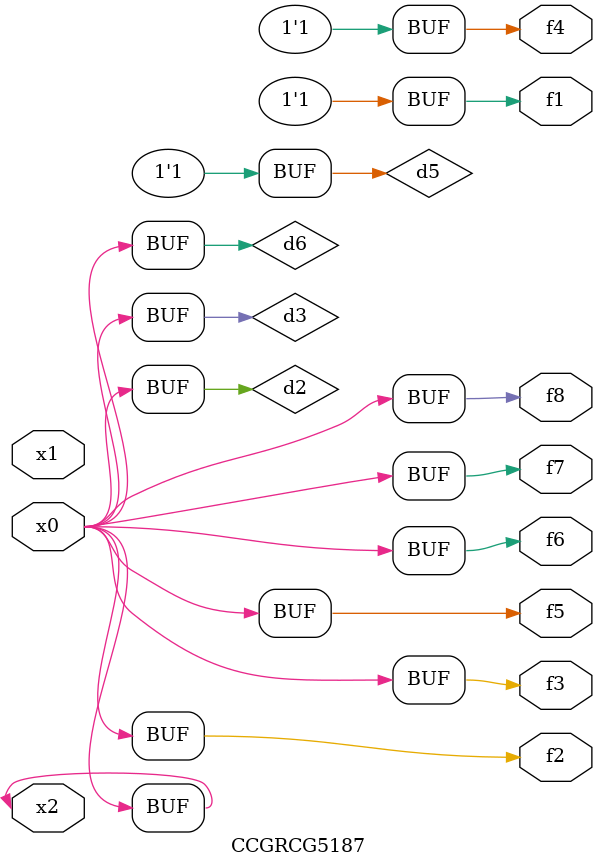
<source format=v>
module CCGRCG5187(
	input x0, x1, x2,
	output f1, f2, f3, f4, f5, f6, f7, f8
);

	wire d1, d2, d3, d4, d5, d6;

	xnor (d1, x2);
	buf (d2, x0, x2);
	and (d3, x0);
	xnor (d4, x1, x2);
	nand (d5, d1, d3);
	buf (d6, d2, d3);
	assign f1 = d5;
	assign f2 = d6;
	assign f3 = d6;
	assign f4 = d5;
	assign f5 = d6;
	assign f6 = d6;
	assign f7 = d6;
	assign f8 = d6;
endmodule

</source>
